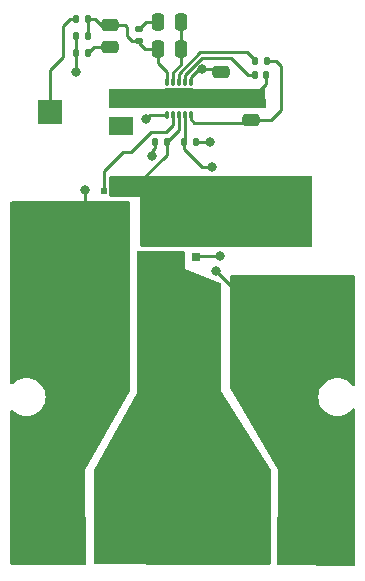
<source format=gbr>
%TF.GenerationSoftware,KiCad,Pcbnew,(6.0.8-1)-1*%
%TF.CreationDate,2022-10-03T20:28:42-04:00*%
%TF.ProjectId,TPS40305_supply,54505334-3033-4303-955f-737570706c79,rev?*%
%TF.SameCoordinates,Original*%
%TF.FileFunction,Copper,L1,Top*%
%TF.FilePolarity,Positive*%
%FSLAX46Y46*%
G04 Gerber Fmt 4.6, Leading zero omitted, Abs format (unit mm)*
G04 Created by KiCad (PCBNEW (6.0.8-1)-1) date 2022-10-03 20:28:42*
%MOMM*%
%LPD*%
G01*
G04 APERTURE LIST*
G04 Aperture macros list*
%AMRoundRect*
0 Rectangle with rounded corners*
0 $1 Rounding radius*
0 $2 $3 $4 $5 $6 $7 $8 $9 X,Y pos of 4 corners*
0 Add a 4 corners polygon primitive as box body*
4,1,4,$2,$3,$4,$5,$6,$7,$8,$9,$2,$3,0*
0 Add four circle primitives for the rounded corners*
1,1,$1+$1,$2,$3*
1,1,$1+$1,$4,$5*
1,1,$1+$1,$6,$7*
1,1,$1+$1,$8,$9*
0 Add four rect primitives between the rounded corners*
20,1,$1+$1,$2,$3,$4,$5,0*
20,1,$1+$1,$4,$5,$6,$7,0*
20,1,$1+$1,$6,$7,$8,$9,0*
20,1,$1+$1,$8,$9,$2,$3,0*%
%AMFreePoly0*
4,1,45,-0.199646,1.700354,-0.199500,1.700000,-0.199500,1.200500,0.199500,1.200500,0.199500,1.700000,0.199646,1.700354,0.200000,1.700500,0.450000,1.700500,0.450354,1.700354,0.450500,1.700000,0.450500,1.200500,0.825000,1.200500,0.825354,1.200354,0.825500,1.200000,0.825500,-1.200000,0.825354,-1.200354,0.825000,-1.200500,0.450500,-1.200500,0.450500,-1.700000,0.450354,-1.700354,
0.450000,-1.700500,0.200000,-1.700500,0.199646,-1.700354,0.199500,-1.700000,0.199500,-1.200500,-0.199500,-1.200500,-0.199500,-1.700000,-0.199646,-1.700354,-0.200000,-1.700500,-0.450000,-1.700500,-0.450354,-1.700354,-0.450500,-1.700000,-0.450500,-1.200500,-0.825000,-1.200500,-0.825354,-1.200354,-0.825500,-1.200000,-0.825500,1.200000,-0.825354,1.200354,-0.825000,1.200500,-0.450500,1.200500,
-0.450500,1.700000,-0.450354,1.700354,-0.450000,1.700500,-0.200000,1.700500,-0.199646,1.700354,-0.199646,1.700354,$1*%
%AMFreePoly1*
4,1,35,0.005000,-4.560000,0.003536,-4.563536,0.000000,-4.565000,-5.000000,-4.565000,-5.003536,-4.563536,-5.005000,-4.560000,-5.005000,-3.898000,-5.003536,-3.894464,-5.000000,-3.893000,-4.325000,-3.893000,-4.325000,-3.269700,-5.000000,-3.269700,-5.003536,-3.268236,-5.005000,-3.264700,-5.005000,-2.599700,-5.003536,-2.596164,-5.000000,-2.594700,-4.325000,-2.594700,-4.325000,-1.971400,-5.000000,-1.971400,
-5.003536,-1.969936,-5.005000,-1.966400,-5.005000,-1.301400,-5.003536,-1.297864,-5.000000,-1.296400,-4.325000,-1.296400,-4.325000,-0.673100,-5.000000,-0.673100,-5.003536,-0.671636,-5.005000,-0.668100,-5.005000,0.000000,-5.003536,0.003536,-5.000000,0.005000,0.005000,0.005000,0.005000,-4.560000,0.005000,-4.560000,$1*%
%AMFreePoly2*
4,1,35,0.503536,2.313536,0.505000,2.310000,0.505000,1.905000,0.645000,1.905000,0.645000,2.310000,0.646464,2.313536,0.650000,2.315000,1.150000,2.315000,1.153536,2.313536,1.155000,2.310000,1.155000,1.905000,1.295000,1.905000,1.295000,2.310000,1.296464,2.313536,1.300000,2.315000,1.800000,2.315000,1.803536,2.313536,1.805000,2.310000,1.805000,1.905000,1.945000,1.905000,
1.945000,2.310000,1.946464,2.313536,1.950000,2.315000,2.450000,2.315000,2.453536,2.313536,2.455000,2.310000,2.455000,0.000000,2.453536,-0.003536,2.450000,-0.005000,-0.005000,-0.005000,-0.005000,2.310000,-0.003536,2.313536,0.000000,2.315000,0.500000,2.315000,0.503536,2.313536,0.503536,2.313536,$1*%
G04 Aperture macros list end*
%TA.AperFunction,SMDPad,CuDef*%
%ADD10RoundRect,0.007874X-0.112126X0.292126X-0.112126X-0.292126X0.112126X-0.292126X0.112126X0.292126X0*%
%TD*%
%TA.AperFunction,ComponentPad*%
%ADD11C,0.400000*%
%TD*%
%TA.AperFunction,SMDPad,CuDef*%
%ADD12FreePoly0,270.000000*%
%TD*%
%TA.AperFunction,SMDPad,CuDef*%
%ADD13R,0.700000X0.800000*%
%TD*%
%TA.AperFunction,SMDPad,CuDef*%
%ADD14FreePoly1,270.000000*%
%TD*%
%TA.AperFunction,SMDPad,CuDef*%
%ADD15RoundRect,0.250000X-0.325000X-1.100000X0.325000X-1.100000X0.325000X1.100000X-0.325000X1.100000X0*%
%TD*%
%TA.AperFunction,SMDPad,CuDef*%
%ADD16RoundRect,0.250000X0.250000X0.475000X-0.250000X0.475000X-0.250000X-0.475000X0.250000X-0.475000X0*%
%TD*%
%TA.AperFunction,ComponentPad*%
%ADD17C,2.520000*%
%TD*%
%TA.AperFunction,SMDPad,CuDef*%
%ADD18RoundRect,0.135000X-0.135000X-0.185000X0.135000X-0.185000X0.135000X0.185000X-0.135000X0.185000X0*%
%TD*%
%TA.AperFunction,SMDPad,CuDef*%
%ADD19RoundRect,0.250000X0.475000X-0.250000X0.475000X0.250000X-0.475000X0.250000X-0.475000X-0.250000X0*%
%TD*%
%TA.AperFunction,SMDPad,CuDef*%
%ADD20R,0.500000X0.630000*%
%TD*%
%TA.AperFunction,SMDPad,CuDef*%
%ADD21FreePoly2,180.000000*%
%TD*%
%TA.AperFunction,SMDPad,CuDef*%
%ADD22RoundRect,0.250000X-0.475000X0.250000X-0.475000X-0.250000X0.475000X-0.250000X0.475000X0.250000X0*%
%TD*%
%TA.AperFunction,SMDPad,CuDef*%
%ADD23RoundRect,0.135000X0.135000X0.185000X-0.135000X0.185000X-0.135000X-0.185000X0.135000X-0.185000X0*%
%TD*%
%TA.AperFunction,SMDPad,CuDef*%
%ADD24R,2.000000X1.600000*%
%TD*%
%TA.AperFunction,SMDPad,CuDef*%
%ADD25R,2.000000X2.000000*%
%TD*%
%TA.AperFunction,SMDPad,CuDef*%
%ADD26R,3.100000X2.000000*%
%TD*%
%TA.AperFunction,SMDPad,CuDef*%
%ADD27RoundRect,0.140000X-0.140000X-0.170000X0.140000X-0.170000X0.140000X0.170000X-0.140000X0.170000X0*%
%TD*%
%TA.AperFunction,SMDPad,CuDef*%
%ADD28R,1.600000X2.700000*%
%TD*%
%TA.AperFunction,SMDPad,CuDef*%
%ADD29RoundRect,0.135000X-0.185000X0.135000X-0.185000X-0.135000X0.185000X-0.135000X0.185000X0.135000X0*%
%TD*%
%TA.AperFunction,SMDPad,CuDef*%
%ADD30RoundRect,0.250000X0.325000X0.650000X-0.325000X0.650000X-0.325000X-0.650000X0.325000X-0.650000X0*%
%TD*%
%TA.AperFunction,ViaPad*%
%ADD31C,0.800000*%
%TD*%
%TA.AperFunction,Conductor*%
%ADD32C,0.254000*%
%TD*%
G04 APERTURE END LIST*
D10*
%TO.P,U1,1,VDD*%
%TO.N,/VIN*%
X100811091Y-46940800D03*
%TO.P,U1,2,SS*%
%TO.N,Net-(C5-Pad1)*%
X100311091Y-46940800D03*
%TO.P,U1,3,PGOOD*%
%TO.N,Net-(R2-Pad1)*%
X99781091Y-46940800D03*
%TO.P,U1,4,COMP*%
%TO.N,Net-(C6-Pad1)*%
X99311091Y-46940800D03*
%TO.P,U1,5,FB*%
%TO.N,Net-(C10-Pad2)*%
X98811091Y-46940800D03*
%TO.P,U1,6,BOOT*%
%TO.N,Net-(C8-Pad1)*%
X98811091Y-49740800D03*
%TO.P,U1,7,HDRV*%
%TO.N,Net-(Q1-Pad4)*%
X99311091Y-49740800D03*
%TO.P,U1,8,SW*%
%TO.N,/SW*%
X99811091Y-49740800D03*
%TO.P,U1,9,LDRV*%
%TO.N,Net-(Q2-Pad4)*%
X100311091Y-49740800D03*
%TO.P,U1,10,BP*%
%TO.N,Net-(C9-Pad1)*%
X100811091Y-49740800D03*
D11*
%TO.P,U1,11,GND*%
%TO.N,/GND*%
X100761091Y-48340800D03*
X99811091Y-48915800D03*
D12*
X99811091Y-48340800D03*
D11*
X99811091Y-47765800D03*
X98861091Y-48340800D03*
%TD*%
D13*
%TO.P,Q2,1*%
%TO.N,/GND*%
X97361000Y-61781300D03*
%TO.P,Q2,2*%
X98659300Y-61781300D03*
%TO.P,Q2,3,S*%
X99922700Y-61781300D03*
%TO.P,Q2,4,G*%
%TO.N,Net-(Q2-Pad4)*%
X101221000Y-61781300D03*
D14*
%TO.P,Q2,5,D*%
%TO.N,/SW*%
X101571000Y-60876300D03*
%TD*%
D15*
%TO.P,C1,1*%
%TO.N,/VIN*%
X94416000Y-64888800D03*
%TO.P,C1,2*%
%TO.N,/GND*%
X97366000Y-64888800D03*
%TD*%
D16*
%TO.P,C6,1*%
%TO.N,Net-(C6-Pad1)*%
X99942400Y-44186600D03*
%TO.P,C6,2*%
%TO.N,Net-(C10-Pad2)*%
X98042400Y-44186600D03*
%TD*%
D17*
%TO.P,J1,1,Pin_1*%
%TO.N,/VIN*%
X88763200Y-86360000D03*
X88763200Y-81280000D03*
%TD*%
D18*
%TO.P,R4,1*%
%TO.N,/VOUT*%
X91089000Y-44470400D03*
%TO.P,R4,2*%
%TO.N,Net-(C10-Pad1)*%
X92109000Y-44470400D03*
%TD*%
D19*
%TO.P,C9,1*%
%TO.N,Net-(C9-Pad1)*%
X105875000Y-50166400D03*
%TO.P,C9,2*%
%TO.N,/GND*%
X105875000Y-48266400D03*
%TD*%
D20*
%TO.P,Q1,1*%
%TO.N,/SW*%
X95440971Y-56211729D03*
%TO.P,Q1,2*%
X94790971Y-56211729D03*
%TO.P,Q1,3,S*%
X94140971Y-56211729D03*
%TO.P,Q1,4,G*%
%TO.N,Net-(Q1-Pad4)*%
X93490971Y-56211729D03*
D21*
%TO.P,Q1,5,D*%
%TO.N,/VIN*%
X95690971Y-57086729D03*
%TD*%
D17*
%TO.P,J3,1,Pin_1*%
%TO.N,/VOUT*%
X111420000Y-86360000D03*
X111420000Y-81280000D03*
%TD*%
D16*
%TO.P,C7,1*%
%TO.N,Net-(C6-Pad1)*%
X99964800Y-41924400D03*
%TO.P,C7,2*%
%TO.N,Net-(C7-Pad2)*%
X98064800Y-41924400D03*
%TD*%
D22*
%TO.P,C4,1*%
%TO.N,/VIN*%
X103392400Y-46130200D03*
%TO.P,C4,2*%
%TO.N,/GND*%
X103392400Y-48030200D03*
%TD*%
D17*
%TO.P,J2,1,Pin_1*%
%TO.N,/GND*%
X95748200Y-86360000D03*
X95748200Y-81280000D03*
%TD*%
D23*
%TO.P,R6,1*%
%TO.N,Net-(C10-Pad2)*%
X92109000Y-41655000D03*
%TO.P,R6,2*%
%TO.N,Net-(R6-Pad2)*%
X91089000Y-41655000D03*
%TD*%
D17*
%TO.P,J4,1,Pin_1*%
%TO.N,/GND*%
X104435000Y-86360000D03*
X104435000Y-81280000D03*
%TD*%
D24*
%TO.P,R7,1,1*%
%TO.N,/GND*%
X94868200Y-48362200D03*
D25*
%TO.P,R7,2,2*%
%TO.N,Net-(R6-Pad2)*%
X88868200Y-49522200D03*
D24*
%TO.P,R7,3,3*%
%TO.N,unconnected-(R7-Pad3)*%
X94868200Y-50682200D03*
%TD*%
D26*
%TO.P,L1,1,1*%
%TO.N,/SW*%
X107610000Y-56680000D03*
%TO.P,L1,2,2*%
%TO.N,/VOUT*%
X107610000Y-65000000D03*
%TD*%
D15*
%TO.P,C3,1*%
%TO.N,/VIN*%
X94376000Y-71658800D03*
%TO.P,C3,2*%
%TO.N,/GND*%
X97326000Y-71658800D03*
%TD*%
D18*
%TO.P,R3,1*%
%TO.N,Net-(Q2-Pad4)*%
X100259600Y-52042000D03*
%TO.P,R3,2*%
%TO.N,/GND*%
X101279600Y-52042000D03*
%TD*%
D27*
%TO.P,C8,1*%
%TO.N,Net-(C8-Pad1)*%
X97799200Y-52046600D03*
%TO.P,C8,2*%
%TO.N,/SW*%
X98759200Y-52046600D03*
%TD*%
D19*
%TO.P,C10,1*%
%TO.N,Net-(C10-Pad1)*%
X93940000Y-44000000D03*
%TO.P,C10,2*%
%TO.N,Net-(C10-Pad2)*%
X93940000Y-42100000D03*
%TD*%
D18*
%TO.P,R2,1*%
%TO.N,Net-(R2-Pad1)*%
X106220600Y-45214000D03*
%TO.P,R2,2*%
%TO.N,Net-(C9-Pad1)*%
X107240600Y-45214000D03*
%TD*%
D28*
%TO.P,C11,1*%
%TO.N,/VOUT*%
X105461000Y-68558800D03*
%TO.P,C11,2*%
%TO.N,/GND*%
X102461000Y-68558800D03*
%TD*%
D29*
%TO.P,R1,1*%
%TO.N,Net-(C7-Pad2)*%
X96438200Y-42492200D03*
%TO.P,R1,2*%
%TO.N,Net-(C10-Pad2)*%
X96438200Y-43512200D03*
%TD*%
D27*
%TO.P,C5,1*%
%TO.N,Net-(C5-Pad1)*%
X106244800Y-46399400D03*
%TO.P,C5,2*%
%TO.N,/GND*%
X107204800Y-46399400D03*
%TD*%
D18*
%TO.P,R5,1*%
%TO.N,/VOUT*%
X91089000Y-43062700D03*
%TO.P,R5,2*%
%TO.N,Net-(C10-Pad2)*%
X92109000Y-43062700D03*
%TD*%
D15*
%TO.P,C2,1*%
%TO.N,/VIN*%
X94376000Y-68298800D03*
%TO.P,C2,2*%
%TO.N,/GND*%
X97326000Y-68298800D03*
%TD*%
D30*
%TO.P,C12,1*%
%TO.N,/VOUT*%
X105396000Y-71528800D03*
%TO.P,C12,2*%
%TO.N,/GND*%
X102446000Y-71528800D03*
%TD*%
D31*
%TO.N,/GND*%
X97320000Y-74600000D03*
X102350000Y-74600000D03*
X101390000Y-64210000D03*
X102350000Y-65960000D03*
%TO.N,/VIN*%
X101774000Y-45855600D03*
X91894800Y-56115000D03*
%TO.N,/GND*%
X99260000Y-64450000D03*
X99720000Y-66100000D03*
X99900000Y-73630000D03*
X99230000Y-62970000D03*
X99880000Y-69660000D03*
X97010000Y-48350000D03*
X99900000Y-67790000D03*
X102460000Y-52050000D03*
X99900000Y-71640000D03*
%TO.N,Net-(C8-Pad1)*%
X97568200Y-53192200D03*
X96978200Y-50102200D03*
%TO.N,/VOUT*%
X102960000Y-63010000D03*
X91100000Y-46120000D03*
%TO.N,Net-(Q2-Pad4)*%
X102630000Y-54170000D03*
X103320000Y-61730000D03*
%TD*%
D32*
%TO.N,Net-(C10-Pad1)*%
X92109000Y-44470400D02*
X92579400Y-44000000D01*
X92579400Y-44000000D02*
X93940000Y-44000000D01*
%TO.N,Net-(C10-Pad2)*%
X92075600Y-42977200D02*
X92075600Y-41657600D01*
X92075600Y-41657600D02*
X92103200Y-41630000D01*
X92103200Y-41630000D02*
X92710000Y-41630000D01*
X92710000Y-41630000D02*
X93180000Y-42100000D01*
X93180000Y-42100000D02*
X93940000Y-42100000D01*
%TO.N,Net-(R6-Pad2)*%
X88868200Y-49522200D02*
X88868200Y-45921800D01*
X89960000Y-42260000D02*
X90565000Y-41655000D01*
X88868200Y-45921800D02*
X89960000Y-44830000D01*
X89960000Y-44830000D02*
X89960000Y-42260000D01*
X90565000Y-41655000D02*
X91089000Y-41655000D01*
%TO.N,Net-(C10-Pad2)*%
X96438200Y-43512200D02*
X95822200Y-43512200D01*
X95822200Y-43512200D02*
X95410000Y-43100000D01*
X95410000Y-42300000D02*
X95210000Y-42100000D01*
X95210000Y-42100000D02*
X93940000Y-42100000D01*
X95410000Y-43100000D02*
X95410000Y-42300000D01*
%TO.N,/VOUT*%
X91089000Y-44470400D02*
X91080000Y-44479400D01*
X91080000Y-44479400D02*
X91080000Y-46100000D01*
X91080000Y-46100000D02*
X91100000Y-46120000D01*
X102960000Y-63010000D02*
X105043400Y-65093400D01*
X105043400Y-65093400D02*
X107516600Y-65093400D01*
X107516600Y-65093400D02*
X107610000Y-65000000D01*
%TO.N,/VIN*%
X91894800Y-56115000D02*
X91869400Y-56140400D01*
X91869400Y-57715200D02*
X92453600Y-58299400D01*
X92453600Y-58299400D02*
X94478300Y-58299400D01*
X101520000Y-45855600D02*
X100811091Y-46564509D01*
X100811091Y-46564509D02*
X100811091Y-46940800D01*
X101774000Y-45855600D02*
X103117800Y-45855600D01*
X103117800Y-45855600D02*
X103392400Y-46130200D01*
X101774000Y-45855600D02*
X101520000Y-45855600D01*
X91869400Y-56140400D02*
X91869400Y-57715200D01*
%TO.N,/GND*%
X106064000Y-48266400D02*
X105875000Y-48266400D01*
X101279600Y-52042000D02*
X102452000Y-52042000D01*
X107204800Y-46399400D02*
X107218200Y-46412800D01*
X107218200Y-47112200D02*
X106064000Y-48266400D01*
X102452000Y-52042000D02*
X102460000Y-52050000D01*
X107218200Y-46412800D02*
X107218200Y-47112200D01*
%TO.N,Net-(C5-Pad1)*%
X100311091Y-46357692D02*
X101727583Y-44941200D01*
X105634800Y-46363600D02*
X106280600Y-46363600D01*
X100311091Y-46940800D02*
X100311091Y-46357692D01*
X104212400Y-44941200D02*
X105634800Y-46363600D01*
X106280600Y-46363600D02*
X106244800Y-46399400D01*
X101727583Y-44941200D02*
X104212400Y-44941200D01*
%TO.N,Net-(C6-Pad1)*%
X99942400Y-44186600D02*
X99942400Y-41946800D01*
X99311091Y-46159509D02*
X99942400Y-45528200D01*
X99942400Y-45528200D02*
X99942400Y-44186600D01*
X99942400Y-41946800D02*
X99964800Y-41924400D01*
X99311091Y-46940800D02*
X99311091Y-46159509D01*
%TO.N,Net-(C10-Pad2)*%
X98026800Y-44202200D02*
X98042400Y-44186600D01*
X98811091Y-46118491D02*
X98042400Y-45349800D01*
X96438200Y-43512200D02*
X96438200Y-43702200D01*
X98811091Y-46940800D02*
X98811091Y-46118491D01*
X98042400Y-45349800D02*
X98042400Y-44186600D01*
X96938200Y-44202200D02*
X98026800Y-44202200D01*
X96438200Y-43702200D02*
X96938200Y-44202200D01*
%TO.N,Net-(C7-Pad2)*%
X96438200Y-42492200D02*
X97008200Y-41922200D01*
X98062600Y-41922200D02*
X98064800Y-41924400D01*
X97008200Y-41922200D02*
X98062600Y-41922200D01*
%TO.N,Net-(C8-Pad1)*%
X97799200Y-52571200D02*
X97799200Y-52046600D01*
X98811091Y-49740800D02*
X97339600Y-49740800D01*
X97339600Y-49740800D02*
X96978200Y-50102200D01*
X97568200Y-53192200D02*
X97568200Y-52802200D01*
X97568200Y-52802200D02*
X97799200Y-52571200D01*
%TO.N,/SW*%
X99811091Y-50994709D02*
X98759200Y-52046600D01*
X98759200Y-53150800D02*
X95698271Y-56211729D01*
X98759200Y-52046600D02*
X98759200Y-53150800D01*
X99811091Y-49740800D02*
X99811091Y-50994709D01*
X95698271Y-56211729D02*
X95440971Y-56211729D01*
%TO.N,Net-(C9-Pad1)*%
X101088200Y-50412200D02*
X105629200Y-50412200D01*
X108408200Y-45582200D02*
X108040000Y-45214000D01*
X108040000Y-45214000D02*
X107240600Y-45214000D01*
X100811091Y-49740800D02*
X100811091Y-50135091D01*
X108408200Y-49352200D02*
X108408200Y-45582200D01*
X105629200Y-50412200D02*
X105875000Y-50166400D01*
X105875000Y-50166400D02*
X107594000Y-50166400D01*
X100811091Y-50135091D02*
X101088200Y-50412200D01*
X107594000Y-50166400D02*
X108408200Y-49352200D01*
%TO.N,/VOUT*%
X91055600Y-44437000D02*
X91089000Y-44470400D01*
X91055600Y-42977200D02*
X91055600Y-44437000D01*
%TO.N,Net-(Q2-Pad4)*%
X100259600Y-52042000D02*
X100259600Y-52639600D01*
X100300800Y-52000800D02*
X100300800Y-49751091D01*
X100300800Y-49751091D02*
X100311091Y-49740800D01*
X100259600Y-52042000D02*
X100300800Y-52000800D01*
X101272300Y-61730000D02*
X101221000Y-61781300D01*
X100259600Y-52639600D02*
X101790000Y-54170000D01*
X101790000Y-54170000D02*
X102630000Y-54170000D01*
X103320000Y-61730000D02*
X101272300Y-61730000D01*
%TO.N,Net-(R2-Pad1)*%
X99781091Y-46264245D02*
X101586736Y-44458600D01*
X101586736Y-44458600D02*
X105584000Y-44458600D01*
X106220600Y-45095200D02*
X106220600Y-45214000D01*
X105584000Y-44458600D02*
X106220600Y-45095200D01*
X99781091Y-46940800D02*
X99781091Y-46264245D01*
%TO.N,Net-(Q1-Pad4)*%
X99318200Y-49747909D02*
X99311091Y-49740800D01*
X95760000Y-52880000D02*
X97457800Y-51182200D01*
X98718200Y-51182200D02*
X99318200Y-50582200D01*
X97457800Y-51182200D02*
X98718200Y-51182200D01*
X99318200Y-50582200D02*
X99318200Y-49747909D01*
X93490971Y-56211729D02*
X93490971Y-54489029D01*
X93490971Y-54489029D02*
X95100000Y-52880000D01*
X95100000Y-52880000D02*
X95760000Y-52880000D01*
%TD*%
%TA.AperFunction,Conductor*%
%TO.N,/VOUT*%
G36*
X114671440Y-63348602D02*
G01*
X114717933Y-63402258D01*
X114729319Y-63454681D01*
X114723440Y-72570418D01*
X114703394Y-72638526D01*
X114649708Y-72684984D01*
X114579428Y-72695043D01*
X114514866Y-72665508D01*
X114501629Y-72652168D01*
X114374106Y-72502858D01*
X114370898Y-72499102D01*
X114178376Y-72334672D01*
X113962502Y-72202384D01*
X113957932Y-72200491D01*
X113957928Y-72200489D01*
X113733164Y-72107389D01*
X113733162Y-72107388D01*
X113728591Y-72105495D01*
X113643968Y-72085179D01*
X113487216Y-72047546D01*
X113487210Y-72047545D01*
X113482403Y-72046391D01*
X113382584Y-72038535D01*
X113295655Y-72031693D01*
X113295648Y-72031693D01*
X113293199Y-72031500D01*
X113166801Y-72031500D01*
X113164352Y-72031693D01*
X113164345Y-72031693D01*
X113077416Y-72038535D01*
X112977597Y-72046391D01*
X112972790Y-72047545D01*
X112972784Y-72047546D01*
X112816032Y-72085179D01*
X112731409Y-72105495D01*
X112726838Y-72107388D01*
X112726836Y-72107389D01*
X112502072Y-72200489D01*
X112502068Y-72200491D01*
X112497498Y-72202384D01*
X112281624Y-72334672D01*
X112089102Y-72499102D01*
X111924672Y-72691624D01*
X111792384Y-72907498D01*
X111695495Y-73141409D01*
X111636391Y-73387597D01*
X111616526Y-73640000D01*
X111636391Y-73892403D01*
X111695495Y-74138591D01*
X111792384Y-74372502D01*
X111924672Y-74588376D01*
X112089102Y-74780898D01*
X112281624Y-74945328D01*
X112497498Y-75077616D01*
X112502068Y-75079509D01*
X112502072Y-75079511D01*
X112726836Y-75172611D01*
X112731409Y-75174505D01*
X112816032Y-75194821D01*
X112972784Y-75232454D01*
X112972790Y-75232455D01*
X112977597Y-75233609D01*
X113077416Y-75241465D01*
X113164345Y-75248307D01*
X113164352Y-75248307D01*
X113166801Y-75248500D01*
X113293199Y-75248500D01*
X113295648Y-75248307D01*
X113295655Y-75248307D01*
X113382584Y-75241465D01*
X113482403Y-75233609D01*
X113487210Y-75232455D01*
X113487216Y-75232454D01*
X113643968Y-75194821D01*
X113728591Y-75174505D01*
X113733164Y-75172611D01*
X113957928Y-75079511D01*
X113957932Y-75079509D01*
X113962502Y-75077616D01*
X114178376Y-74945328D01*
X114370898Y-74780898D01*
X114500248Y-74629449D01*
X114559699Y-74590640D01*
X114630693Y-74590134D01*
X114690692Y-74628090D01*
X114720645Y-74692458D01*
X114722059Y-74711361D01*
X114713625Y-87789926D01*
X114693579Y-87858034D01*
X114639893Y-87904492D01*
X114587229Y-87915844D01*
X108261248Y-87895845D01*
X108193191Y-87875628D01*
X108146868Y-87821826D01*
X108135656Y-87768347D01*
X108229795Y-79857236D01*
X108230000Y-79840000D01*
X105250147Y-74777142D01*
X104127420Y-72869597D01*
X104110008Y-72805656D01*
X104112171Y-63454571D01*
X104132189Y-63386455D01*
X104185855Y-63339974D01*
X104238171Y-63328600D01*
X114603319Y-63328600D01*
X114671440Y-63348602D01*
G37*
%TD.AperFunction*%
%TD*%
%TA.AperFunction,Conductor*%
%TO.N,/SW*%
G36*
X111056721Y-54966602D02*
G01*
X111103214Y-55020258D01*
X111114600Y-55072600D01*
X111114600Y-60789600D01*
X111094598Y-60857721D01*
X111040942Y-60904214D01*
X110988600Y-60915600D01*
X96669000Y-60915600D01*
X96600879Y-60895598D01*
X96554386Y-60841942D01*
X96543000Y-60789600D01*
X96543000Y-56673800D01*
X94027400Y-56673800D01*
X93959279Y-56653798D01*
X93912786Y-56600142D01*
X93901400Y-56547800D01*
X93901400Y-55072600D01*
X93921402Y-55004479D01*
X93975058Y-54957986D01*
X94027400Y-54946600D01*
X110988600Y-54946600D01*
X111056721Y-54966602D01*
G37*
%TD.AperFunction*%
%TD*%
%TA.AperFunction,Conductor*%
%TO.N,/GND*%
G36*
X106993788Y-47560160D02*
G01*
X107061864Y-47580309D01*
X107108242Y-47634064D01*
X107119501Y-47684192D01*
X107140963Y-49057783D01*
X107122027Y-49126207D01*
X107069104Y-49173533D01*
X107014708Y-49185751D01*
X105317533Y-49182113D01*
X94007328Y-49157870D01*
X93939252Y-49137722D01*
X93892874Y-49083967D01*
X93881600Y-49031870D01*
X93881600Y-47658271D01*
X93901602Y-47590150D01*
X93955258Y-47543657D01*
X94007870Y-47532271D01*
X106993788Y-47560160D01*
G37*
%TD.AperFunction*%
%TD*%
%TA.AperFunction,Conductor*%
%TO.N,/VIN*%
G36*
X95553571Y-57080191D02*
G01*
X95621690Y-57100198D01*
X95668179Y-57153857D01*
X95679562Y-57206028D01*
X95699735Y-72903278D01*
X95699957Y-73076261D01*
X95683178Y-73139246D01*
X91862689Y-79781349D01*
X91862924Y-79798325D01*
X91862924Y-79798326D01*
X91972966Y-87734901D01*
X91953910Y-87803293D01*
X91900904Y-87850525D01*
X91846938Y-87862648D01*
X85672971Y-87860655D01*
X85604858Y-87840631D01*
X85558382Y-87786960D01*
X85547013Y-87734757D01*
X85536622Y-74862047D01*
X85556569Y-74793910D01*
X85610187Y-74747374D01*
X85680453Y-74737213D01*
X85745058Y-74766654D01*
X85752188Y-74773832D01*
X85752386Y-74773634D01*
X85755894Y-74777142D01*
X85759102Y-74780898D01*
X85951624Y-74945328D01*
X86167498Y-75077616D01*
X86172068Y-75079509D01*
X86172072Y-75079511D01*
X86396836Y-75172611D01*
X86401409Y-75174505D01*
X86486032Y-75194821D01*
X86642784Y-75232454D01*
X86642790Y-75232455D01*
X86647597Y-75233609D01*
X86747416Y-75241465D01*
X86834345Y-75248307D01*
X86834352Y-75248307D01*
X86836801Y-75248500D01*
X86963199Y-75248500D01*
X86965648Y-75248307D01*
X86965655Y-75248307D01*
X87052584Y-75241465D01*
X87152403Y-75233609D01*
X87157210Y-75232455D01*
X87157216Y-75232454D01*
X87313968Y-75194821D01*
X87398591Y-75174505D01*
X87403164Y-75172611D01*
X87627928Y-75079511D01*
X87627932Y-75079509D01*
X87632502Y-75077616D01*
X87848376Y-74945328D01*
X88040898Y-74780898D01*
X88205328Y-74588376D01*
X88337616Y-74372502D01*
X88434505Y-74138591D01*
X88493609Y-73892403D01*
X88513474Y-73640000D01*
X88493609Y-73387597D01*
X88434505Y-73141409D01*
X88337616Y-72907498D01*
X88205328Y-72691624D01*
X88040898Y-72499102D01*
X87848376Y-72334672D01*
X87632502Y-72202384D01*
X87627932Y-72200491D01*
X87627928Y-72200489D01*
X87403164Y-72107389D01*
X87403162Y-72107388D01*
X87398591Y-72105495D01*
X87313968Y-72085179D01*
X87157216Y-72047546D01*
X87157210Y-72047545D01*
X87152403Y-72046391D01*
X87052584Y-72038535D01*
X86965655Y-72031693D01*
X86965648Y-72031693D01*
X86963199Y-72031500D01*
X86836801Y-72031500D01*
X86834352Y-72031693D01*
X86834345Y-72031693D01*
X86747416Y-72038535D01*
X86647597Y-72046391D01*
X86642790Y-72047545D01*
X86642784Y-72047546D01*
X86486032Y-72085179D01*
X86401409Y-72105495D01*
X86396838Y-72107388D01*
X86396836Y-72107389D01*
X86172072Y-72200489D01*
X86172068Y-72200491D01*
X86167498Y-72202384D01*
X85951624Y-72334672D01*
X85759102Y-72499102D01*
X85755894Y-72502858D01*
X85752386Y-72506366D01*
X85751472Y-72505452D01*
X85697006Y-72541004D01*
X85626012Y-72541508D01*
X85566014Y-72503550D01*
X85536063Y-72439180D01*
X85534650Y-72420465D01*
X85534584Y-72337883D01*
X85522368Y-57205585D01*
X85542315Y-57137448D01*
X85595933Y-57090912D01*
X85648377Y-57079483D01*
X95553571Y-57080191D01*
G37*
%TD.AperFunction*%
%TD*%
%TA.AperFunction,Conductor*%
%TO.N,/GND*%
G36*
X100227061Y-61290002D02*
G01*
X100273554Y-61343658D01*
X100284838Y-61390962D01*
X100340000Y-62770000D01*
X100356870Y-62776848D01*
X100356871Y-62776849D01*
X103291681Y-63968207D01*
X103347276Y-64012362D01*
X103370288Y-64084524D01*
X103401000Y-73107600D01*
X103410271Y-73122493D01*
X107572959Y-79809707D01*
X107591990Y-79876114D01*
X107603103Y-87676988D01*
X107603138Y-87701907D01*
X107583233Y-87770056D01*
X107529644Y-87816625D01*
X107476923Y-87828086D01*
X101383371Y-87817690D01*
X92729934Y-87802926D01*
X92661850Y-87782808D01*
X92615448Y-87729073D01*
X92604151Y-87676988D01*
X92600306Y-79922538D01*
X92616089Y-79861416D01*
X92627845Y-79840197D01*
X96240000Y-73320000D01*
X96220209Y-61396207D01*
X96240098Y-61328055D01*
X96293677Y-61281473D01*
X96346209Y-61270000D01*
X100158940Y-61270000D01*
X100227061Y-61290002D01*
G37*
%TD.AperFunction*%
%TD*%
M02*

</source>
